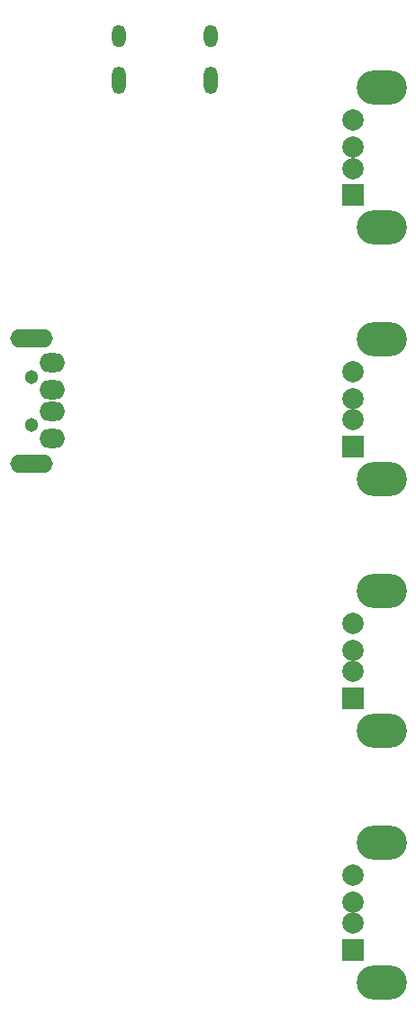
<source format=gbs>
G04*
G04 #@! TF.GenerationSoftware,Altium Limited,Altium Designer,20.0.13 (296)*
G04*
G04 Layer_Color=16711935*
%FSLAX25Y25*%
%MOIN*%
G70*
G01*
G75*
%ADD41O,0.18517X0.12611*%
%ADD42R,0.07887X0.07887*%
%ADD43C,0.07887*%
%ADD44O,0.05124X0.08274*%
%ADD45O,0.05124X0.10243*%
%ADD46O,0.09461X0.07099*%
%ADD47O,0.15800X0.06800*%
%ADD48C,0.05131*%
D41*
X426669Y146803D02*
D03*
Y95071D02*
D03*
Y239767D02*
D03*
Y188035D02*
D03*
Y332731D02*
D03*
Y280998D02*
D03*
Y425695D02*
D03*
Y373962D02*
D03*
D42*
X416000Y107158D02*
D03*
Y200121D02*
D03*
Y293085D02*
D03*
Y386049D02*
D03*
D43*
Y117000D02*
D03*
X416000Y134716D02*
D03*
X416000Y124874D02*
D03*
Y209964D02*
D03*
X416000Y227680D02*
D03*
X416000Y217838D02*
D03*
Y302928D02*
D03*
X416000Y320644D02*
D03*
X416000Y310802D02*
D03*
Y395891D02*
D03*
X416000Y413608D02*
D03*
X416000Y403765D02*
D03*
D44*
X329492Y444893D02*
D03*
X363508D02*
D03*
D45*
X329492Y428437D02*
D03*
X363508Y428437D02*
D03*
D46*
X304874Y324052D02*
D03*
Y313989D02*
D03*
Y306115D02*
D03*
Y296052D02*
D03*
D47*
X297000Y333228D02*
D03*
Y286772D02*
D03*
D48*
Y318858D02*
D03*
Y301142D02*
D03*
M02*

</source>
